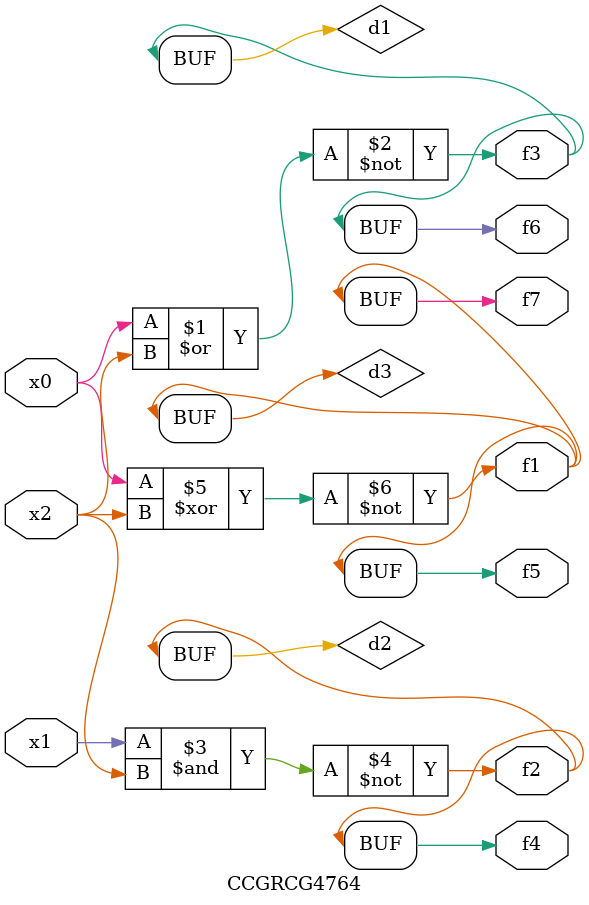
<source format=v>
module CCGRCG4764(
	input x0, x1, x2,
	output f1, f2, f3, f4, f5, f6, f7
);

	wire d1, d2, d3;

	nor (d1, x0, x2);
	nand (d2, x1, x2);
	xnor (d3, x0, x2);
	assign f1 = d3;
	assign f2 = d2;
	assign f3 = d1;
	assign f4 = d2;
	assign f5 = d3;
	assign f6 = d1;
	assign f7 = d3;
endmodule

</source>
